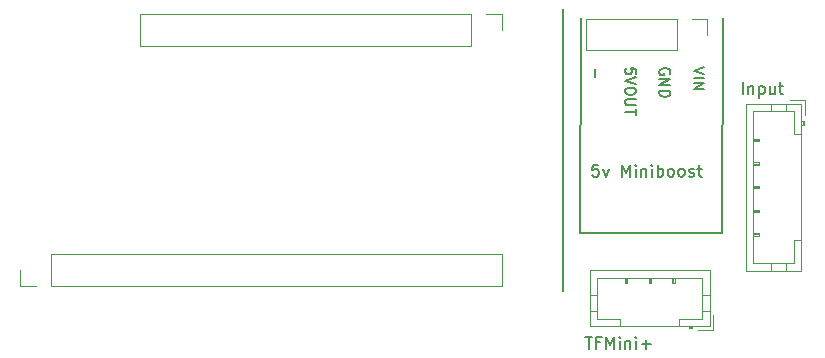
<source format=gbr>
%TF.GenerationSoftware,KiCad,Pcbnew,7.0.7*%
%TF.CreationDate,2025-02-28T10:15:51+00:00*%
%TF.ProjectId,MRF67-pro-small,4d524636-372d-4707-926f-2d736d616c6c,rev?*%
%TF.SameCoordinates,Original*%
%TF.FileFunction,Legend,Top*%
%TF.FilePolarity,Positive*%
%FSLAX46Y46*%
G04 Gerber Fmt 4.6, Leading zero omitted, Abs format (unit mm)*
G04 Created by KiCad (PCBNEW 7.0.7) date 2025-02-28 10:15:51*
%MOMM*%
%LPD*%
G01*
G04 APERTURE LIST*
%ADD10C,0.150000*%
%ADD11C,0.200000*%
%ADD12C,0.120000*%
G04 APERTURE END LIST*
D10*
X166052500Y-118745000D02*
X153987500Y-118745000D01*
X166116000Y-100584000D02*
X166052500Y-118745000D01*
X153987500Y-118745000D02*
X154051000Y-100584000D01*
X152527000Y-123698000D02*
X152527000Y-99822000D01*
D11*
X164527542Y-104738292D02*
X163627542Y-105038292D01*
X163627542Y-105038292D02*
X164527542Y-105338292D01*
X163627542Y-105638292D02*
X164527542Y-105638292D01*
X163627542Y-106066863D02*
X164527542Y-106066863D01*
X164527542Y-106066863D02*
X163627542Y-106581149D01*
X163627542Y-106581149D02*
X164527542Y-106581149D01*
X161586685Y-105338292D02*
X161629542Y-105252578D01*
X161629542Y-105252578D02*
X161629542Y-105124006D01*
X161629542Y-105124006D02*
X161586685Y-104995435D01*
X161586685Y-104995435D02*
X161500971Y-104909720D01*
X161500971Y-104909720D02*
X161415257Y-104866863D01*
X161415257Y-104866863D02*
X161243828Y-104824006D01*
X161243828Y-104824006D02*
X161115257Y-104824006D01*
X161115257Y-104824006D02*
X160943828Y-104866863D01*
X160943828Y-104866863D02*
X160858114Y-104909720D01*
X160858114Y-104909720D02*
X160772400Y-104995435D01*
X160772400Y-104995435D02*
X160729542Y-105124006D01*
X160729542Y-105124006D02*
X160729542Y-105209720D01*
X160729542Y-105209720D02*
X160772400Y-105338292D01*
X160772400Y-105338292D02*
X160815257Y-105381149D01*
X160815257Y-105381149D02*
X161115257Y-105381149D01*
X161115257Y-105381149D02*
X161115257Y-105209720D01*
X160729542Y-105766863D02*
X161629542Y-105766863D01*
X161629542Y-105766863D02*
X160729542Y-106281149D01*
X160729542Y-106281149D02*
X161629542Y-106281149D01*
X160729542Y-106709720D02*
X161629542Y-106709720D01*
X161629542Y-106709720D02*
X161629542Y-106924006D01*
X161629542Y-106924006D02*
X161586685Y-107052577D01*
X161586685Y-107052577D02*
X161500971Y-107138292D01*
X161500971Y-107138292D02*
X161415257Y-107181149D01*
X161415257Y-107181149D02*
X161243828Y-107224006D01*
X161243828Y-107224006D02*
X161115257Y-107224006D01*
X161115257Y-107224006D02*
X160943828Y-107181149D01*
X160943828Y-107181149D02*
X160858114Y-107138292D01*
X160858114Y-107138292D02*
X160772400Y-107052577D01*
X160772400Y-107052577D02*
X160729542Y-106924006D01*
X160729542Y-106924006D02*
X160729542Y-106709720D01*
X158731542Y-105295435D02*
X158731542Y-104866863D01*
X158731542Y-104866863D02*
X158302971Y-104824006D01*
X158302971Y-104824006D02*
X158345828Y-104866863D01*
X158345828Y-104866863D02*
X158388685Y-104952578D01*
X158388685Y-104952578D02*
X158388685Y-105166863D01*
X158388685Y-105166863D02*
X158345828Y-105252578D01*
X158345828Y-105252578D02*
X158302971Y-105295435D01*
X158302971Y-105295435D02*
X158217257Y-105338292D01*
X158217257Y-105338292D02*
X158002971Y-105338292D01*
X158002971Y-105338292D02*
X157917257Y-105295435D01*
X157917257Y-105295435D02*
X157874400Y-105252578D01*
X157874400Y-105252578D02*
X157831542Y-105166863D01*
X157831542Y-105166863D02*
X157831542Y-104952578D01*
X157831542Y-104952578D02*
X157874400Y-104866863D01*
X157874400Y-104866863D02*
X157917257Y-104824006D01*
X158731542Y-105595435D02*
X157831542Y-105895435D01*
X157831542Y-105895435D02*
X158731542Y-106195435D01*
X158731542Y-106666864D02*
X158731542Y-106838292D01*
X158731542Y-106838292D02*
X158688685Y-106924007D01*
X158688685Y-106924007D02*
X158602971Y-107009721D01*
X158602971Y-107009721D02*
X158431542Y-107052578D01*
X158431542Y-107052578D02*
X158131542Y-107052578D01*
X158131542Y-107052578D02*
X157960114Y-107009721D01*
X157960114Y-107009721D02*
X157874400Y-106924007D01*
X157874400Y-106924007D02*
X157831542Y-106838292D01*
X157831542Y-106838292D02*
X157831542Y-106666864D01*
X157831542Y-106666864D02*
X157874400Y-106581150D01*
X157874400Y-106581150D02*
X157960114Y-106495435D01*
X157960114Y-106495435D02*
X158131542Y-106452578D01*
X158131542Y-106452578D02*
X158431542Y-106452578D01*
X158431542Y-106452578D02*
X158602971Y-106495435D01*
X158602971Y-106495435D02*
X158688685Y-106581150D01*
X158688685Y-106581150D02*
X158731542Y-106666864D01*
X158731542Y-107438292D02*
X158002971Y-107438292D01*
X158002971Y-107438292D02*
X157917257Y-107481149D01*
X157917257Y-107481149D02*
X157874400Y-107524007D01*
X157874400Y-107524007D02*
X157831542Y-107609721D01*
X157831542Y-107609721D02*
X157831542Y-107781149D01*
X157831542Y-107781149D02*
X157874400Y-107866864D01*
X157874400Y-107866864D02*
X157917257Y-107909721D01*
X157917257Y-107909721D02*
X158002971Y-107952578D01*
X158002971Y-107952578D02*
X158731542Y-107952578D01*
X158731542Y-108252578D02*
X158731542Y-108766864D01*
X157831542Y-108509721D02*
X158731542Y-108509721D01*
X155276400Y-104866863D02*
X155276400Y-105552578D01*
D10*
X155567571Y-112992819D02*
X155091381Y-112992819D01*
X155091381Y-112992819D02*
X155043762Y-113469009D01*
X155043762Y-113469009D02*
X155091381Y-113421390D01*
X155091381Y-113421390D02*
X155186619Y-113373771D01*
X155186619Y-113373771D02*
X155424714Y-113373771D01*
X155424714Y-113373771D02*
X155519952Y-113421390D01*
X155519952Y-113421390D02*
X155567571Y-113469009D01*
X155567571Y-113469009D02*
X155615190Y-113564247D01*
X155615190Y-113564247D02*
X155615190Y-113802342D01*
X155615190Y-113802342D02*
X155567571Y-113897580D01*
X155567571Y-113897580D02*
X155519952Y-113945200D01*
X155519952Y-113945200D02*
X155424714Y-113992819D01*
X155424714Y-113992819D02*
X155186619Y-113992819D01*
X155186619Y-113992819D02*
X155091381Y-113945200D01*
X155091381Y-113945200D02*
X155043762Y-113897580D01*
X155948524Y-113326152D02*
X156186619Y-113992819D01*
X156186619Y-113992819D02*
X156424714Y-113326152D01*
X157567572Y-113992819D02*
X157567572Y-112992819D01*
X157567572Y-112992819D02*
X157900905Y-113707104D01*
X157900905Y-113707104D02*
X158234238Y-112992819D01*
X158234238Y-112992819D02*
X158234238Y-113992819D01*
X158710429Y-113992819D02*
X158710429Y-113326152D01*
X158710429Y-112992819D02*
X158662810Y-113040438D01*
X158662810Y-113040438D02*
X158710429Y-113088057D01*
X158710429Y-113088057D02*
X158758048Y-113040438D01*
X158758048Y-113040438D02*
X158710429Y-112992819D01*
X158710429Y-112992819D02*
X158710429Y-113088057D01*
X159186619Y-113326152D02*
X159186619Y-113992819D01*
X159186619Y-113421390D02*
X159234238Y-113373771D01*
X159234238Y-113373771D02*
X159329476Y-113326152D01*
X159329476Y-113326152D02*
X159472333Y-113326152D01*
X159472333Y-113326152D02*
X159567571Y-113373771D01*
X159567571Y-113373771D02*
X159615190Y-113469009D01*
X159615190Y-113469009D02*
X159615190Y-113992819D01*
X160091381Y-113992819D02*
X160091381Y-113326152D01*
X160091381Y-112992819D02*
X160043762Y-113040438D01*
X160043762Y-113040438D02*
X160091381Y-113088057D01*
X160091381Y-113088057D02*
X160139000Y-113040438D01*
X160139000Y-113040438D02*
X160091381Y-112992819D01*
X160091381Y-112992819D02*
X160091381Y-113088057D01*
X160567571Y-113992819D02*
X160567571Y-112992819D01*
X160567571Y-113373771D02*
X160662809Y-113326152D01*
X160662809Y-113326152D02*
X160853285Y-113326152D01*
X160853285Y-113326152D02*
X160948523Y-113373771D01*
X160948523Y-113373771D02*
X160996142Y-113421390D01*
X160996142Y-113421390D02*
X161043761Y-113516628D01*
X161043761Y-113516628D02*
X161043761Y-113802342D01*
X161043761Y-113802342D02*
X160996142Y-113897580D01*
X160996142Y-113897580D02*
X160948523Y-113945200D01*
X160948523Y-113945200D02*
X160853285Y-113992819D01*
X160853285Y-113992819D02*
X160662809Y-113992819D01*
X160662809Y-113992819D02*
X160567571Y-113945200D01*
X161615190Y-113992819D02*
X161519952Y-113945200D01*
X161519952Y-113945200D02*
X161472333Y-113897580D01*
X161472333Y-113897580D02*
X161424714Y-113802342D01*
X161424714Y-113802342D02*
X161424714Y-113516628D01*
X161424714Y-113516628D02*
X161472333Y-113421390D01*
X161472333Y-113421390D02*
X161519952Y-113373771D01*
X161519952Y-113373771D02*
X161615190Y-113326152D01*
X161615190Y-113326152D02*
X161758047Y-113326152D01*
X161758047Y-113326152D02*
X161853285Y-113373771D01*
X161853285Y-113373771D02*
X161900904Y-113421390D01*
X161900904Y-113421390D02*
X161948523Y-113516628D01*
X161948523Y-113516628D02*
X161948523Y-113802342D01*
X161948523Y-113802342D02*
X161900904Y-113897580D01*
X161900904Y-113897580D02*
X161853285Y-113945200D01*
X161853285Y-113945200D02*
X161758047Y-113992819D01*
X161758047Y-113992819D02*
X161615190Y-113992819D01*
X162519952Y-113992819D02*
X162424714Y-113945200D01*
X162424714Y-113945200D02*
X162377095Y-113897580D01*
X162377095Y-113897580D02*
X162329476Y-113802342D01*
X162329476Y-113802342D02*
X162329476Y-113516628D01*
X162329476Y-113516628D02*
X162377095Y-113421390D01*
X162377095Y-113421390D02*
X162424714Y-113373771D01*
X162424714Y-113373771D02*
X162519952Y-113326152D01*
X162519952Y-113326152D02*
X162662809Y-113326152D01*
X162662809Y-113326152D02*
X162758047Y-113373771D01*
X162758047Y-113373771D02*
X162805666Y-113421390D01*
X162805666Y-113421390D02*
X162853285Y-113516628D01*
X162853285Y-113516628D02*
X162853285Y-113802342D01*
X162853285Y-113802342D02*
X162805666Y-113897580D01*
X162805666Y-113897580D02*
X162758047Y-113945200D01*
X162758047Y-113945200D02*
X162662809Y-113992819D01*
X162662809Y-113992819D02*
X162519952Y-113992819D01*
X163234238Y-113945200D02*
X163329476Y-113992819D01*
X163329476Y-113992819D02*
X163519952Y-113992819D01*
X163519952Y-113992819D02*
X163615190Y-113945200D01*
X163615190Y-113945200D02*
X163662809Y-113849961D01*
X163662809Y-113849961D02*
X163662809Y-113802342D01*
X163662809Y-113802342D02*
X163615190Y-113707104D01*
X163615190Y-113707104D02*
X163519952Y-113659485D01*
X163519952Y-113659485D02*
X163377095Y-113659485D01*
X163377095Y-113659485D02*
X163281857Y-113611866D01*
X163281857Y-113611866D02*
X163234238Y-113516628D01*
X163234238Y-113516628D02*
X163234238Y-113469009D01*
X163234238Y-113469009D02*
X163281857Y-113373771D01*
X163281857Y-113373771D02*
X163377095Y-113326152D01*
X163377095Y-113326152D02*
X163519952Y-113326152D01*
X163519952Y-113326152D02*
X163615190Y-113373771D01*
X163948524Y-113326152D02*
X164329476Y-113326152D01*
X164091381Y-112992819D02*
X164091381Y-113849961D01*
X164091381Y-113849961D02*
X164139000Y-113945200D01*
X164139000Y-113945200D02*
X164234238Y-113992819D01*
X164234238Y-113992819D02*
X164329476Y-113992819D01*
X154447667Y-127555819D02*
X155019095Y-127555819D01*
X154733381Y-128555819D02*
X154733381Y-127555819D01*
X155685762Y-128032009D02*
X155352429Y-128032009D01*
X155352429Y-128555819D02*
X155352429Y-127555819D01*
X155352429Y-127555819D02*
X155828619Y-127555819D01*
X156209572Y-128555819D02*
X156209572Y-127555819D01*
X156209572Y-127555819D02*
X156542905Y-128270104D01*
X156542905Y-128270104D02*
X156876238Y-127555819D01*
X156876238Y-127555819D02*
X156876238Y-128555819D01*
X157352429Y-128555819D02*
X157352429Y-127889152D01*
X157352429Y-127555819D02*
X157304810Y-127603438D01*
X157304810Y-127603438D02*
X157352429Y-127651057D01*
X157352429Y-127651057D02*
X157400048Y-127603438D01*
X157400048Y-127603438D02*
X157352429Y-127555819D01*
X157352429Y-127555819D02*
X157352429Y-127651057D01*
X157828619Y-127889152D02*
X157828619Y-128555819D01*
X157828619Y-127984390D02*
X157876238Y-127936771D01*
X157876238Y-127936771D02*
X157971476Y-127889152D01*
X157971476Y-127889152D02*
X158114333Y-127889152D01*
X158114333Y-127889152D02*
X158209571Y-127936771D01*
X158209571Y-127936771D02*
X158257190Y-128032009D01*
X158257190Y-128032009D02*
X158257190Y-128555819D01*
X158733381Y-128555819D02*
X158733381Y-127889152D01*
X158733381Y-127555819D02*
X158685762Y-127603438D01*
X158685762Y-127603438D02*
X158733381Y-127651057D01*
X158733381Y-127651057D02*
X158781000Y-127603438D01*
X158781000Y-127603438D02*
X158733381Y-127555819D01*
X158733381Y-127555819D02*
X158733381Y-127651057D01*
X159209571Y-128174866D02*
X159971476Y-128174866D01*
X159590523Y-128555819D02*
X159590523Y-127793914D01*
X167775143Y-107007819D02*
X167775143Y-106007819D01*
X168251333Y-106341152D02*
X168251333Y-107007819D01*
X168251333Y-106436390D02*
X168298952Y-106388771D01*
X168298952Y-106388771D02*
X168394190Y-106341152D01*
X168394190Y-106341152D02*
X168537047Y-106341152D01*
X168537047Y-106341152D02*
X168632285Y-106388771D01*
X168632285Y-106388771D02*
X168679904Y-106484009D01*
X168679904Y-106484009D02*
X168679904Y-107007819D01*
X169156095Y-106341152D02*
X169156095Y-107341152D01*
X169156095Y-106388771D02*
X169251333Y-106341152D01*
X169251333Y-106341152D02*
X169441809Y-106341152D01*
X169441809Y-106341152D02*
X169537047Y-106388771D01*
X169537047Y-106388771D02*
X169584666Y-106436390D01*
X169584666Y-106436390D02*
X169632285Y-106531628D01*
X169632285Y-106531628D02*
X169632285Y-106817342D01*
X169632285Y-106817342D02*
X169584666Y-106912580D01*
X169584666Y-106912580D02*
X169537047Y-106960200D01*
X169537047Y-106960200D02*
X169441809Y-107007819D01*
X169441809Y-107007819D02*
X169251333Y-107007819D01*
X169251333Y-107007819D02*
X169156095Y-106960200D01*
X170489428Y-106341152D02*
X170489428Y-107007819D01*
X170060857Y-106341152D02*
X170060857Y-106864961D01*
X170060857Y-106864961D02*
X170108476Y-106960200D01*
X170108476Y-106960200D02*
X170203714Y-107007819D01*
X170203714Y-107007819D02*
X170346571Y-107007819D01*
X170346571Y-107007819D02*
X170441809Y-106960200D01*
X170441809Y-106960200D02*
X170489428Y-106912580D01*
X170822762Y-106341152D02*
X171203714Y-106341152D01*
X170965619Y-106007819D02*
X170965619Y-106864961D01*
X170965619Y-106864961D02*
X171013238Y-106960200D01*
X171013238Y-106960200D02*
X171108476Y-107007819D01*
X171108476Y-107007819D02*
X171203714Y-107007819D01*
D12*
%TO.C,J2*%
X147380000Y-100270000D02*
X147380000Y-101600000D01*
X146050000Y-100270000D02*
X147380000Y-100270000D01*
X144780000Y-100270000D02*
X116780000Y-100270000D01*
X144780000Y-100270000D02*
X144780000Y-102930000D01*
X116780000Y-100270000D02*
X116780000Y-102930000D01*
X144780000Y-102930000D02*
X116780000Y-102930000D01*
%TO.C,J1*%
X106620000Y-123250000D02*
X106620000Y-121920000D01*
X107950000Y-123250000D02*
X106620000Y-123250000D01*
X109220000Y-123250000D02*
X147380000Y-123250000D01*
X109220000Y-123250000D02*
X109220000Y-120590000D01*
X147380000Y-123250000D02*
X147380000Y-120590000D01*
X109220000Y-120590000D02*
X147380000Y-120590000D01*
%TO.C,J4*%
X164779000Y-100651000D02*
X164779000Y-101981000D01*
X163449000Y-100651000D02*
X164779000Y-100651000D01*
X162179000Y-100651000D02*
X154499000Y-100651000D01*
X162179000Y-100651000D02*
X162179000Y-103311000D01*
X154499000Y-100651000D02*
X154499000Y-103311000D01*
X162179000Y-103311000D02*
X154499000Y-103311000D01*
%TO.C,J3*%
X165269000Y-126951000D02*
X165269000Y-125701000D01*
X164969000Y-126651000D02*
X164969000Y-121931000D01*
X164969000Y-125341000D02*
X164359000Y-125341000D01*
X164969000Y-124041000D02*
X164359000Y-124041000D01*
X164969000Y-121931000D02*
X154849000Y-121931000D01*
X164359000Y-126041000D02*
X164359000Y-122541000D01*
X164359000Y-122541000D02*
X155459000Y-122541000D01*
X164019000Y-126951000D02*
X165269000Y-126951000D01*
X163509000Y-126851000D02*
X163509000Y-126651000D01*
X163209000Y-126851000D02*
X163509000Y-126851000D01*
X163209000Y-126751000D02*
X163509000Y-126751000D01*
X163209000Y-126651000D02*
X163209000Y-126851000D01*
X162409000Y-126651000D02*
X162409000Y-126041000D01*
X162409000Y-126041000D02*
X164359000Y-126041000D01*
X162009000Y-123041000D02*
X161809000Y-123041000D01*
X162009000Y-122541000D02*
X162009000Y-123041000D01*
X161909000Y-122541000D02*
X161909000Y-123041000D01*
X161809000Y-123041000D02*
X161809000Y-122541000D01*
X160009000Y-123041000D02*
X159809000Y-123041000D01*
X160009000Y-122541000D02*
X160009000Y-123041000D01*
X159909000Y-122541000D02*
X159909000Y-123041000D01*
X159809000Y-123041000D02*
X159809000Y-122541000D01*
X158009000Y-123041000D02*
X157809000Y-123041000D01*
X158009000Y-122541000D02*
X158009000Y-123041000D01*
X157909000Y-122541000D02*
X157909000Y-123041000D01*
X157809000Y-123041000D02*
X157809000Y-122541000D01*
X157409000Y-126041000D02*
X157409000Y-126651000D01*
X155459000Y-126041000D02*
X157409000Y-126041000D01*
X155459000Y-122541000D02*
X155459000Y-126041000D01*
X154849000Y-126651000D02*
X164969000Y-126651000D01*
X154849000Y-125341000D02*
X155459000Y-125341000D01*
X154849000Y-124041000D02*
X155459000Y-124041000D01*
X154849000Y-121931000D02*
X154849000Y-126651000D01*
%TO.C,J6*%
X173052000Y-107527000D02*
X171802000Y-107527000D01*
X172752000Y-107827000D02*
X168032000Y-107827000D01*
X171442000Y-107827000D02*
X171442000Y-108437000D01*
X170142000Y-107827000D02*
X170142000Y-108437000D01*
X168032000Y-107827000D02*
X168032000Y-121947000D01*
X172142000Y-108437000D02*
X168642000Y-108437000D01*
X168642000Y-108437000D02*
X168642000Y-121337000D01*
X173052000Y-108777000D02*
X173052000Y-107527000D01*
X172952000Y-109287000D02*
X172752000Y-109287000D01*
X172952000Y-109587000D02*
X172952000Y-109287000D01*
X172852000Y-109587000D02*
X172852000Y-109287000D01*
X172752000Y-109587000D02*
X172952000Y-109587000D01*
X172752000Y-110387000D02*
X172142000Y-110387000D01*
X172142000Y-110387000D02*
X172142000Y-108437000D01*
X169142000Y-110787000D02*
X169142000Y-110987000D01*
X168642000Y-110787000D02*
X169142000Y-110787000D01*
X168642000Y-110887000D02*
X169142000Y-110887000D01*
X169142000Y-110987000D02*
X168642000Y-110987000D01*
X169142000Y-112787000D02*
X169142000Y-112987000D01*
X168642000Y-112787000D02*
X169142000Y-112787000D01*
X168642000Y-112887000D02*
X169142000Y-112887000D01*
X169142000Y-112987000D02*
X168642000Y-112987000D01*
X169142000Y-114787000D02*
X169142000Y-114987000D01*
X168642000Y-114787000D02*
X169142000Y-114787000D01*
X168642000Y-114887000D02*
X169142000Y-114887000D01*
X169142000Y-114987000D02*
X168642000Y-114987000D01*
X169142000Y-116787000D02*
X169142000Y-116987000D01*
X168642000Y-116787000D02*
X169142000Y-116787000D01*
X168642000Y-116887000D02*
X169142000Y-116887000D01*
X169142000Y-116987000D02*
X168642000Y-116987000D01*
X169142000Y-118787000D02*
X169142000Y-118987000D01*
X168642000Y-118787000D02*
X169142000Y-118787000D01*
X168642000Y-118887000D02*
X169142000Y-118887000D01*
X169142000Y-118987000D02*
X168642000Y-118987000D01*
X172142000Y-119387000D02*
X172752000Y-119387000D01*
X172142000Y-121337000D02*
X172142000Y-119387000D01*
X168642000Y-121337000D02*
X172142000Y-121337000D01*
X172752000Y-121947000D02*
X172752000Y-107827000D01*
X171442000Y-121947000D02*
X171442000Y-121337000D01*
X170142000Y-121947000D02*
X170142000Y-121337000D01*
X168032000Y-121947000D02*
X172752000Y-121947000D01*
%TD*%
M02*

</source>
